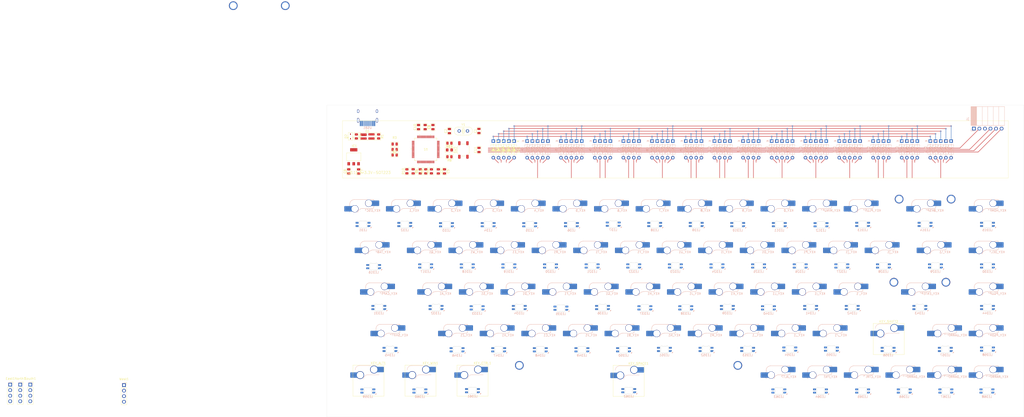
<source format=kicad_pcb>
(kicad_pcb
	(version 20241229)
	(generator "pcbnew")
	(generator_version "9.0")
	(general
		(thickness 1.6)
		(legacy_teardrops no)
	)
	(paper "A3")
	(layers
		(0 "F.Cu" signal)
		(4 "In1.Cu" signal)
		(6 "In2.Cu" signal)
		(2 "B.Cu" signal)
		(9 "F.Adhes" user "F.Adhesive")
		(11 "B.Adhes" user "B.Adhesive")
		(13 "F.Paste" user)
		(15 "B.Paste" user)
		(5 "F.SilkS" user "F.Silkscreen")
		(7 "B.SilkS" user "B.Silkscreen")
		(1 "F.Mask" user)
		(3 "B.Mask" user)
		(17 "Dwgs.User" user "User.Drawings")
		(19 "Cmts.User" user "User.Comments")
		(21 "Eco1.User" user "User.Eco1")
		(23 "Eco2.User" user "User.Eco2")
		(25 "Edge.Cuts" user)
		(27 "Margin" user)
		(31 "F.CrtYd" user "F.Courtyard")
		(29 "B.CrtYd" user "B.Courtyard")
		(35 "F.Fab" user)
		(33 "B.Fab" user)
		(39 "User.1" user)
		(41 "User.2" user)
		(43 "User.3" user)
		(45 "User.4" user)
		(47 "User.5" user)
		(49 "User.6" user)
		(51 "User.7" user)
		(53 "User.8" user)
		(55 "User.9" user)
	)
	(setup
		(stackup
			(layer "F.SilkS"
				(type "Top Silk Screen")
			)
			(layer "F.Paste"
				(type "Top Solder Paste")
			)
			(layer "F.Mask"
				(type "Top Solder Mask")
				(thickness 0.01)
			)
			(layer "F.Cu"
				(type "copper")
				(thickness 0.035)
			)
			(layer "dielectric 1"
				(type "prepreg")
				(thickness 0.1)
				(material "FR4")
				(epsilon_r 4.5)
				(loss_tangent 0.02)
			)
			(layer "In1.Cu"
				(type "copper")
				(thickness 0.035)
			)
			(layer "dielectric 2"
				(type "core")
				(thickness 1.24)
				(material "FR4")
				(epsilon_r 4.5)
				(loss_tangent 0.02)
			)
			(layer "In2.Cu"
				(type "copper")
				(thickness 0.035)
			)
			(layer "dielectric 3"
				(type "prepreg")
				(thickness 0.1)
				(material "FR4")
				(epsilon_r 4.5)
				(loss_tangent 0.02)
			)
			(layer "B.Cu"
				(type "copper")
				(thickness 0.035)
			)
			(layer "B.Mask"
				(type "Bottom Solder Mask")
				(thickness 0.01)
			)
			(layer "B.Paste"
				(type "Bottom Solder Paste")
			)
			(layer "B.SilkS"
				(type "Bottom Silk Screen")
			)
			(copper_finish "HAL lead-free")
			(dielectric_constraints no)
		)
		(pad_to_mask_clearance 0)
		(allow_soldermask_bridges_in_footprints no)
		(tenting front back)
		(grid_origin 44.85125 47.625)
		(pcbplotparams
			(layerselection 0x00000000_00000000_55555555_5755f5ff)
			(plot_on_all_layers_selection 0x00000000_00000000_00000000_00000000)
			(disableapertmacros no)
			(usegerberextensions no)
			(usegerberattributes yes)
			(usegerberadvancedattributes yes)
			(creategerberjobfile yes)
			(dashed_line_dash_ratio 12.000000)
			(dashed_line_gap_ratio 3.000000)
			(svgprecision 4)
			(plotframeref no)
			(mode 1)
			(useauxorigin no)
			(hpglpennumber 1)
			(hpglpenspeed 20)
			(hpglpendiameter 15.000000)
			(pdf_front_fp_property_popups yes)
			(pdf_back_fp_property_popups yes)
			(pdf_metadata yes)
			(pdf_single_document no)
			(dxfpolygonmode yes)
			(dxfimperialunits yes)
			(dxfusepcbnewfont yes)
			(psnegative no)
			(psa4output no)
			(plot_black_and_white yes)
			(sketchpadsonfab no)
			(plotpadnumbers no)
			(hidednponfab no)
			(sketchdnponfab yes)
			(crossoutdnponfab yes)
			(subtractmaskfromsilk no)
			(outputformat 1)
			(mirror no)
			(drillshape 1)
			(scaleselection 1)
			(outputdirectory "")
		)
	)
	(net 0 "")
	(net 1 "GND")
	(net 2 "+3.3V")
	(net 3 "+5V")
	(net 4 "Net-(D3-A)")
	(net 5 "Net-(D4-A)")
	(net 6 "Net-(D5-A)")
	(net 7 "Net-(D6-A)")
	(net 8 "Net-(D7-A)")
	(net 9 "Net-(D8-A)")
	(net 10 "Net-(D9-A)")
	(net 11 "Net-(D10-A)")
	(net 12 "Net-(D11-A)")
	(net 13 "Net-(D12-A)")
	(net 14 "Net-(D13-A)")
	(net 15 "Net-(D14-A)")
	(net 16 "Net-(D15-A)")
	(net 17 "Net-(D16-A)")
	(net 18 "Net-(D17-A)")
	(net 19 "Net-(D18-A)")
	(net 20 "Net-(D19-A)")
	(net 21 "Net-(D20-A)")
	(net 22 "Net-(D21-A)")
	(net 23 "Net-(D22-A)")
	(net 24 "Net-(D23-A)")
	(net 25 "Net-(D29-A)")
	(net 26 "Net-(D30-A)")
	(net 27 "Net-(D31-A)")
	(net 28 "Net-(D32-A)")
	(net 29 "Net-(D33-A)")
	(net 30 "Net-(D24-A)")
	(net 31 "Net-(D25-A)")
	(net 32 "Net-(D26-A)")
	(net 33 "Net-(D27-A)")
	(net 34 "Net-(D28-A)")
	(net 35 "Net-(D34-A)")
	(net 36 "/COL2")
	(net 37 "/COL3")
	(net 38 "/COL4")
	(net 39 "/COL5")
	(net 40 "/COL1")
	(net 41 "Net-(LED1-DOUT)")
	(net 42 "unconnected-(LED1-VDD-Pad1)")
	(net 43 "Net-(U1-OSCIN)")
	(net 44 "Net-(U1-OSCOUT)")
	(net 45 "Net-(U1-VCAP)")
	(net 46 "/NRST")
	(net 47 "/D+")
	(net 48 "/D-")
	(net 49 "/ROW1")
	(net 50 "/ROW2")
	(net 51 "/ROW3")
	(net 52 "/ROW4")
	(net 53 "/ROW5")
	(net 54 "Net-(D35-A)")
	(net 55 "unconnected-(LED1-VSS-Pad4)")
	(net 56 "/UART_TX_EAST")
	(net 57 "/UART_RX_EAST")
	(net 58 "Net-(U1-VDDA)")
	(net 59 "/RGB_DATAIN")
	(net 60 "Net-(D36-A)")
	(net 61 "Net-(D37-A)")
	(net 62 "Net-(D38-A)")
	(net 63 "Net-(D39-A)")
	(net 64 "Net-(D40-A)")
	(net 65 "Net-(D41-A)")
	(net 66 "Net-(D42-A)")
	(net 67 "Net-(D43-A)")
	(net 68 "Net-(D44-A)")
	(net 69 "Net-(D45-A)")
	(net 70 "Net-(D46-A)")
	(net 71 "Net-(D47-A)")
	(net 72 "Net-(D48-A)")
	(net 73 "Net-(D50-A)")
	(net 74 "Net-(D51-A)")
	(net 75 "Net-(D52-A)")
	(net 76 "Net-(D53-A)")
	(net 77 "Net-(D54-A)")
	(net 78 "Net-(D55-A)")
	(net 79 "Net-(D56-A)")
	(net 80 "Net-(D57-A)")
	(net 81 "Net-(D58-A)")
	(net 82 "/UART_TX_NORTH")
	(net 83 "/UART_RX_NORTH")
	(net 84 "Net-(USB1-CC2)")
	(net 85 "Net-(USB1-CC1)")
	(net 86 "Net-(U1-PA11)")
	(net 87 "Net-(U1-PA12)")
	(net 88 "Net-(U1-BOOT)")
	(net 89 "/JTCLK")
	(net 90 "Net-(J1-Pin_2)")
	(net 91 "/JTMS")
	(net 92 "Net-(J1-Pin_4)")
	(net 93 "Net-(J1-Pin_5)")
	(net 94 "Net-(J1-Pin_6)")
	(net 95 "/SWO")
	(net 96 "/UART_TX_SOUTH")
	(net 97 "/UART_RX_SOUTH")
	(net 98 "unconnected-(U1-PB12-Pad33)")
	(net 99 "AGND")
	(net 100 "Net-(D59-A)")
	(net 101 "/UART_TX_WEST")
	(net 102 "unconnected-(U1-PC14-Pad3)")
	(net 103 "unconnected-(U1-PC15-Pad4)")
	(net 104 "Net-(D60-A)")
	(net 105 "Net-(D61-A)")
	(net 106 "Net-(D62-A)")
	(net 107 "unconnected-(U1-PC1-Pad9)")
	(net 108 "unconnected-(U1-PC3-Pad11)")
	(net 109 "Net-(D64-A)")
	(net 110 "unconnected-(U1-PC2-Pad10)")
	(net 111 "Net-(D65-A)")
	(net 112 "Net-(D68-A)")
	(net 113 "/UART_RX_WEST")
	(net 114 "Net-(D71-A)")
	(net 115 "Net-(D72-A)")
	(net 116 "Net-(D73-A)")
	(net 117 "unconnected-(U1-PC0-Pad8)")
	(net 118 "unconnected-(U1-PC13-Pad2)")
	(net 119 "Net-(D2-A)")
	(net 120 "unconnected-(USB1-SBU2-Pad3)")
	(net 121 "unconnected-(USB1-SBU1-Pad9)")
	(net 122 "unconnected-(U1-PB8-Pad61)")
	(net 123 "unconnected-(U1-PB9-Pad62)")
	(net 124 "Net-(D74-A)")
	(net 125 "Net-(D75-A)")
	(net 126 "Net-(D76-A)")
	(net 127 "/COL12")
	(net 128 "/COL9")
	(net 129 "/COL10")
	(net 130 "/COL11")
	(net 131 "/COL6")
	(net 132 "/COL7")
	(net 133 "/COL8")
	(net 134 "/COL14")
	(net 135 "/COL13")
	(net 136 "/COL15")
	(net 137 "unconnected-(U1-PC4-Pad24)")
	(net 138 "unconnected-(LED1-DIN-Pad3)")
	(net 139 "Net-(LED2-DOUT)")
	(net 140 "unconnected-(LED2-VSS-Pad4)")
	(net 141 "unconnected-(LED2-VDD-Pad1)")
	(net 142 "unconnected-(LED3-VSS-Pad4)")
	(net 143 "unconnected-(LED3-VDD-Pad1)")
	(net 144 "Net-(LED3-DOUT)")
	(net 145 "unconnected-(LED4-VDD-Pad1)")
	(net 146 "unconnected-(LED4-VSS-Pad4)")
	(net 147 "Net-(LED4-DOUT)")
	(net 148 "unconnected-(LED5-VDD-Pad1)")
	(net 149 "Net-(LED5-DOUT)")
	(net 150 "unconnected-(LED5-VSS-Pad4)")
	(net 151 "unconnected-(LED6-VDD-Pad1)")
	(net 152 "unconnected-(LED6-VSS-Pad4)")
	(net 153 "Net-(LED6-DOUT)")
	(net 154 "unconnected-(LED7-VDD-Pad1)")
	(net 155 "unconnected-(LED7-VSS-Pad4)")
	(net 156 "Net-(LED7-DOUT)")
	(net 157 "Net-(LED8-DOUT)")
	(net 158 "unconnected-(LED8-VDD-Pad1)")
	(net 159 "unconnected-(LED8-VSS-Pad4)")
	(net 160 "Net-(LED10-DIN)")
	(net 161 "unconnected-(LED9-VDD-Pad1)")
	(net 162 "unconnected-(LED9-VSS-Pad4)")
	(net 163 "Net-(LED10-DOUT)")
	(net 164 "unconnected-(LED10-VDD-Pad1)")
	(net 165 "unconnected-(LED10-VSS-Pad4)")
	(net 166 "Net-(LED11-DOUT)")
	(net 167 "unconnected-(LED11-VDD-Pad1)")
	(net 168 "unconnected-(LED11-VSS-Pad4)")
	(net 169 "unconnected-(LED12-VDD-Pad1)")
	(net 170 "unconnected-(LED12-VSS-Pad4)")
	(net 171 "Net-(LED12-DOUT)")
	(net 172 "Net-(LED13-DOUT)")
	(net 173 "unconnected-(LED13-VSS-Pad4)")
	(net 174 "unconnected-(LED13-VDD-Pad1)")
	(net 175 "unconnected-(LED14-VDD-Pad1)")
	(net 176 "Net-(LED14-DOUT)")
	(net 177 "unconnected-(LED14-VSS-Pad4)")
	(net 178 "unconnected-(LED15-VSS-Pad4)")
	(net 179 "Net-(LED15-DOUT)")
	(net 180 "unconnected-(LED15-VDD-Pad1)")
	(net 181 "Net-(LED16-DOUT)")
	(net 182 "unconnected-(LED16-VDD-Pad1)")
	(net 183 "unconnected-(LED16-VSS-Pad4)")
	(net 184 "unconnected-(LED17-VDD-Pad1)")
	(net 185 "unconnected-(LED17-VSS-Pad4)")
	(net 186 "Net-(LED17-DOUT)")
	(net 187 "unconnected-(LED18-VDD-Pad1)")
	(net 188 "unconnected-(LED18-VSS-Pad4)")
	(net 189 "Net-(LED18-DOUT)")
	(net 190 "Net-(LED19-DOUT)")
	(net 191 "unconnected-(LED19-VDD-Pad1)")
	(net 192 "unconnected-(LED19-VSS-Pad4)")
	(net 193 "unconnected-(LED20-VSS-Pad4)")
	(net 194 "unconnected-(LED20-VDD-Pad1)")
	(net 195 "Net-(LED20-DOUT)")
	(net 196 "unconnected-(LED21-VSS-Pad4)")
	(net 197 "unconnected-(LED21-VDD-Pad1)")
	(net 198 "Net-(LED21-DOUT)")
	(net 199 "unconnected-(LED22-VSS-Pad4)")
	(net 200 "Net-(LED22-DOUT)")
	(net 201 "unconnected-(LED22-VDD-Pad1)")
	(net 202 "Net-(LED23-DOUT)")
	(net 203 "unconnected-(LED23-VDD-Pad1)")
	(net 204 "unconnected-(LED23-VSS-Pad4)")
	(net 205 "unconnected-(LED24-VDD-Pad1)")
	(net 206 "Net-(LED24-DOUT)")
	(net 207 "unconnected-(LED24-VSS-Pad4)")
	(net 208 "unconnected-(LED25-VSS-Pad4)")
	(net 209 "unconnected-(LED25-VDD-Pad1)")
	(net 210 "Net-(LED25-DOUT)")
	(net 211 "Net-(LED26-DOUT)")
	(net 212 "unconnected-(LED26-VSS-Pad4)")
	(net 213 "unconnected-(LED26-VDD-Pad1)")
	(net 214 "unconnected-(LED27-VSS-Pad4)")
	(net 215 "unconnected-(LED27-VDD-Pad1)")
	(net 216 "Net-(LED27-DOUT)")
	(net 217 "unconnected-(LED28-VSS-Pad4)")
	(net 218 "unconnected-(LED28-VDD-Pad1)")
	(net 219 "Net-(LED28-DOUT)")
	(net 220 "unconnected-(LED29-VDD-Pad1)")
	(net 221 "Net-(LED29-DOUT)")
	(net 222 "unconnected-(LED29-VSS-Pad4)")
	(net 223 "Net-(LED30-DOUT)")
	(net 224 "unconnected-(LED30-VSS-Pad4)")
	(net 225 "unconnected-(LED30-VDD-Pad1)")
	(net 226 "Net-(LED31-DOUT)")
	(net 227 "unconnected-(LED31-VSS-Pad4)")
	(net 228 "unconnected-(LED31-VDD-Pad1)")
	(net 229 "unconnected-(LED32-VSS-Pad4)")
	(net 230 "unconnected-(LED32-VDD-Pad1)")
	(net 231 "Net-(LED32-DOUT)")
	(net 232 "unconnected-(LED33-VSS-Pad4)")
	(net 233 "unconnected-(LED33-VDD-Pad1)")
	(net 234 "Net-(LED33-DOUT)")
	(net 235 "unconnected-(LED34-VDD-Pad1)")
	(net 236 "Net-(LED34-DOUT)")
	(net 237 "unconnected-(LED34-VSS-Pad4)")
	(net 238 "unconnected-(LED35-VSS-Pad4)")
	(net 239 "Net-(LED35-DOUT)")
	(net 240 "unconnected-(LED35-VDD-Pad1)")
	(net 241 "Net-(LED36-DOUT)")
	(net 242 "unconnected-(LED36-VDD-Pad1)")
	(net 243 "unconnected-(LED36-VSS-Pad4)")
	(net 244 "unconnected-(LED37-VSS-Pad4)")
	(net 245 "unconnected-(LED37-VDD-Pad1)")
	(net 246 "Net-(LED37-DOUT)")
	(net 247 "unconnected-(LED38-VSS-Pad4)")
	(net 248 "unconnected-(LED38-VDD-Pad1)")
	(net 249 "Net-(LED38-DOUT)")
	(net 250 "unconnected-(LED39-VDD-Pad1)")
	(net 251 "Net-(LED39-DOUT)")
	(net 252 "unconnected-(LED39-VSS-Pad4)")
	(net 253 "Net-(LED40-DOUT)")
	(net 254 "unconnected-(LED40-VSS-Pad4)")
	(net 255 "unconnected-(LED40-VDD-Pad1)")
	(net 256 "unconnected-(LED41-VSS-Pad4)")
	(net 257 "Net-(LED41-DOUT)")
	(net 258 "unconnected-(LED41-VDD-Pad1)")
	(net 259 "unconnected-(LED42-VDD-Pad1)")
	(net 260 "unconnected-(LED42-VSS-Pad4)")
	(net 261 "Net-(LED42-DOUT)")
	(net 262 "unconnected-(LED43-VSS-Pad4)")
	(net 263 "unconnected-(LED43-VDD-Pad1)")
	(net 264 "Net-(LED43-DOUT)")
	(net 265 "Net-(LED44-DOUT)")
	(net 266 "unconnected-(LED44-VSS-Pad4)")
	(net 267 "unconnected-(LED44-VDD-Pad1)")
	(net 268 "Net-(LED45-DOUT)")
	(net 269 "unconnected-(LED45-VSS-Pad4)")
	(net 270 "unconnected-(LED45-VDD-Pad1)")
	(net 271 "Net-(LED46-DOUT)")
	(net 272 "unconnected-(LED46-VDD-Pad1)")
	(net 273 "unconnected-(LED46-VSS-Pad4)")
	(net 274 "Net-(LED47-DOUT)")
	(net 275 "unconnected-(LED47-VSS-Pad4)")
	(net 276 "unconnected-(LED47-VDD-Pad1)")
	(net 277 "unconnected-(LED48-VDD-Pad1)")
	(net 278 "unconnected-(LED48-VSS-Pad4)")
	(net 279 "Net-(LED48-DOUT)")
	(net 280 "unconnected-(LED49-VDD-Pad1)")
	(net 281 "unconnected-(LED49-VSS-Pad4)")
	(net 282 "Net-(LED49-DOUT)")
	(net 283 "Net-(LED50-DOUT)")
	(net 284 "unconnected-(LED50-VDD-Pad1)")
	(net 285 "unconnected-(LED50-VSS-Pad4)")
	(net 286 "unconnected-(LED51-VDD-Pad1)")
	(net 287 "unconnected-(LED51-VSS-Pad4)")
	(net 288 "Net-(LED51-DOUT)")
	(net 289 "unconnected-(LED52-VDD-Pad1)")
	(net 290 "Net-(LED52-DOUT)")
	(net 291 "unconnected-(LED52-VSS-Pad4)")
	(net 292 "unconnected-(LED53-VDD-Pad1)")
	(net 293 "unconnected-(LED53-VSS-Pad4)")
	(net 294 "Net-(LED53-DOUT)")
	(net 295 "Net-(LED54-DOUT)")
	(net 296 "unconnected-(LED54-VDD-Pad1)")
	(net 297 "unconnected-(LED54-VSS-Pad4)")
	(net 298 "unconnected-(LED55-VDD-Pad1)")
	(net 299 "unconnected-(LED55-VSS-Pad4)")
	(net 300 "Net-(LED55-DOUT)")
	(net 301 "unconnected-(LED56-VDD-Pad1)")
	(net 302 "Net-(LED56-DOUT)")
	(net 303 "unconnected-(LED56-VSS-Pad4)")
	(net 304 "unconnected-(LED57-VDD-Pad1)")
	(net 305 "Net-(LED57-DOUT)")
	(net 306 "unconnected-(LED57-VSS-Pad4)")
	(net 307 "Net-(LED58-DOUT)")
	(net 308 "unconnected-(LED58-VDD-Pad1)")
	(net 309 "unconnected-(LED58-VSS-Pad4)")
	(net 310 "unconnected-(LED59-VDD-Pad1)")
	(net 311 "Net-(LED59-DOUT)")
	(net 312 "unconnected-(LED59-VSS-Pad4)")
	(net 313 "Net-(LED60-DOUT)")
	(net 314 "unconnected-(LED60-VDD-Pad1)")
	(net 315 "unconnected-(LED60-VSS-Pad4)")
	(net 316 "Net-(LED61-DOUT)")
	(net 317 "unconnected-(LED61-VSS-Pad4)")
	(net 318 "unconnected-(LED61-VDD-Pad1)")
	(net 319 "unconnected-(LED62-VDD-Pad1)")
	(net 320 "unconnected-(LED62-VSS-Pad4)")
	(net 321 "Net-(LED62-DOUT)")
	(net 322 "unconnected-(LED63-VDD-Pad1)")
	(net 323 "unconnected-(LED63-VSS-Pad4)")
	(net 324 "Net-(LED63-DOUT)")
	(net 325 "unconnected-(LED64-VDD-Pad1)")
	(net 326 "unconnected-(LED64-VSS-Pad4)")
	(net 327 "Net-(LED64-DOUT)")
	(net 328 "unconnected-(LED65-VDD-Pad1)")
	(net 329 "Net-(LED65-DOUT)")
	(net 330 "unconnected-(LED65-VSS-Pad4)")
	(net 331 "unconnected-(LED66-VSS-Pad4)")
	(net 332 "Net-(LED66-DOUT)")
	(net 333 "unconnected-(LED66-VDD-Pad1)")
	(net 334 "unconnected-(LED67-VSS-Pad4)")
	(net 335 "unconnected-(LED67-VDD-Pad1)")
	(net 336 "Net-(LED67-DOUT)")
	(net 337 "unconnected-(LED68-VDD-Pad1)")
	(net 338 "unconnected-(LED68-VSS-Pad4)")
	(net 339 "unconnected-(LED68-DOUT-Pad2)")
	(net 340 "unconnected-(U1-PA6-Pad22)")
	(net 341 "unconnected-(U1-PA4-Pad20)")
	(net 342 "unconnected-(U1-PA7-Pad23)")
	(footprint "PCM_Resistor_SMD_AKL:R_0805_2012Metric" (layer "F.Cu") (at 87.60825 77.925 90))
	(footprint "PCM_Capacitor_SMD_AKL:C_0805_2012Metric" (layer "F.Cu") (at 54.85125 77.95 90))
	(footprint "PCM_marbastlib-mx:STAB_MX_P_2u" (layer "F.Cu") (at 318.695 97.63125))
	(footprint "PCM_Resistor_SMD_AKL:R_0805_2012Metric" (layer "F.Cu") (at 100.95125 65.025 180))
	(footprint "PCM_Diode_THT_AKL:D_DO-35_SOD27_P7.62mm_Horizontal" (layer "F.Cu") (at 123.4325 64.055625 -90))
	(footprint "PCM_Diode_THT_AKL:D_DO-35_SOD27_P7.62mm_Horizontal" (layer "F.Cu") (at 121.05125 64.055625 -90))
	(footprint "PCM_Switch_Keyboard_Hotswap_Kailh:SW_Hotswap_Kailh_MX_Plated_1.25u" (layer "F.Cu") (at 111.52625 173.83125))
	(footprint "PCM_Switch_Keyboard_Hotswap_Kailh:SW_Hotswap_Kailh_MX_Plated_1.25u" (layer "F.Cu") (at 182.96375 173.99))
	(footprint "Connector_PinSocket_2.54mm:PinSocket_1x04_P2.54mm_Vertical" (layer "F.Cu") (at -95.500606 175.67325))
	(footprint "PCM_Resistor_SMD_AKL:R_0805_2012Metric" (layer "F.Cu") (at 92.70825 77.925 90))
	(footprint "PCM_Resistor_SMD_AKL:R_0805_2012Metric" (layer "F.Cu") (at 81.47625 77.925 90))
	(footprint "Connector_PinSocket_2.54mm:PinSocket_1x04_P2.54mm_Vertical" (layer "F.Cu") (at -48.0175 175.895))
	(footprint "PCM_marbastlib-mx:STAB_MX_2.25u" (layer "F.Cu") (at 73.42625 154.78125))
	(footprint "PCM_marbastlib-mx:STAB_MX_P_6.25u" (layer "F.Cu") (at 182.96375 173.83125))
	(footprint "PCM_Resistor_SMD_AKL:R_0805_2012Metric" (layer "F.Cu") (at 75.87625 65.425))
	(footprint "PCM_marbastlib-mx:STAB_MX_P_2.25u" (layer "F.Cu") (at 316.31375 135.73125))
	(footprint "PCM_Capacitor_SMD_AKL:C_0805_2012Metric" (layer "F.Cu") (at 93.40125 57.65 90))
	(footprint "PCM_Resistor_SMD_AKL:R_0805_2012Metric" (layer "F.Cu") (at 75.87625 70.425))
	(footprint "PCM_Capacitor_SMD_AKL:C_0805_2012Metric" (layer "F.Cu") (at 100.95125 59.475 90))
	(footprint "PCM_Diode_THT_AKL:D_DO-35_SOD27_P7.62mm_Horizontal" (layer "F.Cu") (at 125.81375 64.055625 -90))
	(footprint "PCM_Capacitor_SMD_AKL:C_0805_2012Metric" (layer "F.Cu") (at 89.85125 57.65 -90))
	(footprint "PCM_Capacitor_SMD_AKL:C_0805_2012Metric" (layer "F.Cu") (at 84.35125 77.925 -90))
	(footprint "PCM_Switch_Keyboard_Hotswap_Kailh:SW_Hotswap_Kailh_MX_Plated_1.25u" (layer "F.Cu") (at 63.90125 173.83125))
	(footprint "PCM_marbastlib-various:SW_SPST_SKQG_WithStem" (layer "F.Cu") (at 107.34125 68.125 90))
	(footprint "PCM_Diode_THT_AKL:D_DO-35_SOD27_P7.62mm_Horizontal" (layer "F.Cu") (at 128.195 64.055625 -90))
	(footprint "PCM_Diode_SMD_AKL:D_SOD-323" (layer "F.Cu") (at 55.65125 61.925 90))
	(footprint "PCM_marbastlib-mx:STAB_MX_P_2u" (layer "F.Cu") (at 13.90625 8.985))
	(footprint "PCM_Switch_Keyboard_Hotswap_Kailh:SW_Hotswap_Kailh_MX_Plated_1.25u"
		(layer "F.Cu")
		(uuid "834c1dd2-efdb-4b79-8f45-a2157810891a")
		(at 87.71375 173.83125)
		(descr "Kailh keyswitch Hotswap Socket plated holes Keycap 1.25u")
		(tags "Kailh Keyboard Keyswitch Switch Hotswap Socket Plated Relief Cutout Keycap 1.25u")
		(property "Reference" "KEY_WIN1"
			(at 4.52 -8 0)
			(layer "F.SilkS")
			(uuid "98d124cb-bc44-4fe7-8d69-387f701bb3fb")
			(effects
				(font
					(size 1 1)
					(thickness 0.15)
				)
			)
		)
		(property "Value" "MX_SW_HS"
			(at 0 8 0)
			(layer "F.Fab")
			(uuid "d2e384e7-e910-4136-b53b-331a600fcbbf")
			(effects
				(font
					(size 1 1)
					(thickness 0.15)
				)
			)
		)
		(property "Datasheet" "~"
			(at 0 0 0)
			(layer "F.Fab")
			(hide yes)
			(uuid "cb5f47b1-f7fb-42f9-b47d-5e291712d106")
			(effects
				(font
					(size 1.27 1.27)
					(thickness 0.15)
				)
			)
		)
		(property "Description" "Push button switch, normally open, two pins, 45° tilted, Kailh CPG151101S11 for Cherry MX style switches"
			(at 0 0 0)
			(layer "F.Fab")
			(hide yes)
			(uuid "8f69c746-3835-47a9-9324-c89eec1544ba")
			(effects
				(font
					(size 1.27 1.27)
					(thickness 0.15)
				)
			)
		)
		(path "/1d905906-6e74-4741-8b2e-53dc470a7c79/845bb780-6e16-47cd-a15e-538adef12cb0")
		(sheetname "/Keymatrix/")
		(
... [2145973 chars truncated]
</source>
